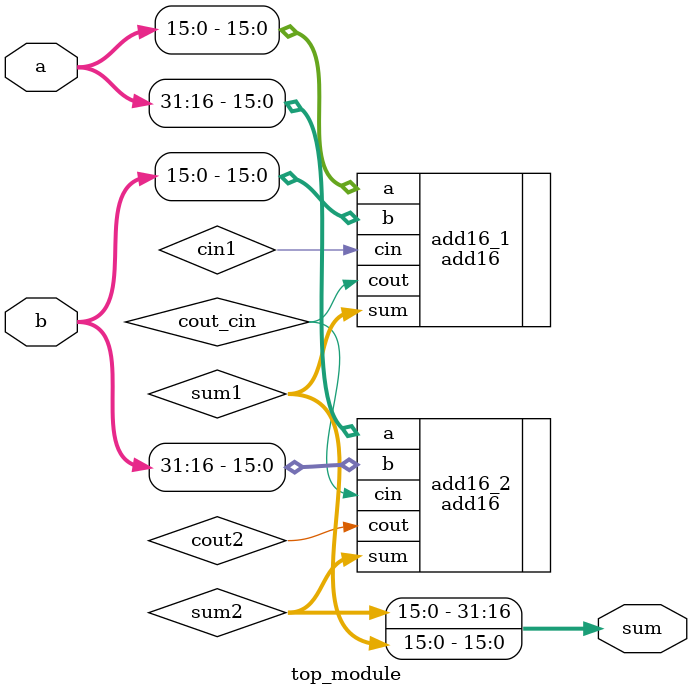
<source format=v>
/* You are given a module add16 that performs a 16-bit addition. Instantiate two of them to create a 32-bit adder. 
One add16 module computes the lower 16 bits of the addition result, while the second add16 module computes the upper 16 bits of the result,
after receiving the carry-out from the first adder. Your 32-bit adder does not need to handle carry-in (assume 0) or carry-out (ignored),
but the internal modules need to in order to function correctly. (In other words, the add16 module performs 16-bit a + b + cin, 
while your module performs 32-bit a + b). Connect the modules together as shown in the diagram below.
The provided module add16 has the following declaration:
module add16 ( input[15:0] a, input[15:0] b, input cin, output[15:0] sum, output cout );*/

module top_module(
    input [31:0] a,
    input [31:0] b,
    output [31:0] sum
);
    wire cout_cin;
    wire [15:0] sum1;
    wire [15:0] sum2;
    wire cin1;
    wire cout2;
    
    add16 add16_1(.a({a[15:0]}),.b({b[15:0]}),.cin(cin1),.cout(cout_cin),.sum(sum1));
    add16 add16_2(.a({a[31:16]}),.b({b[31:16]}),.cin(cout_cin),.cout(cout2),.sum(sum2));
    
    assign sum = {sum2,sum1};
    
    
endmodule




</source>
